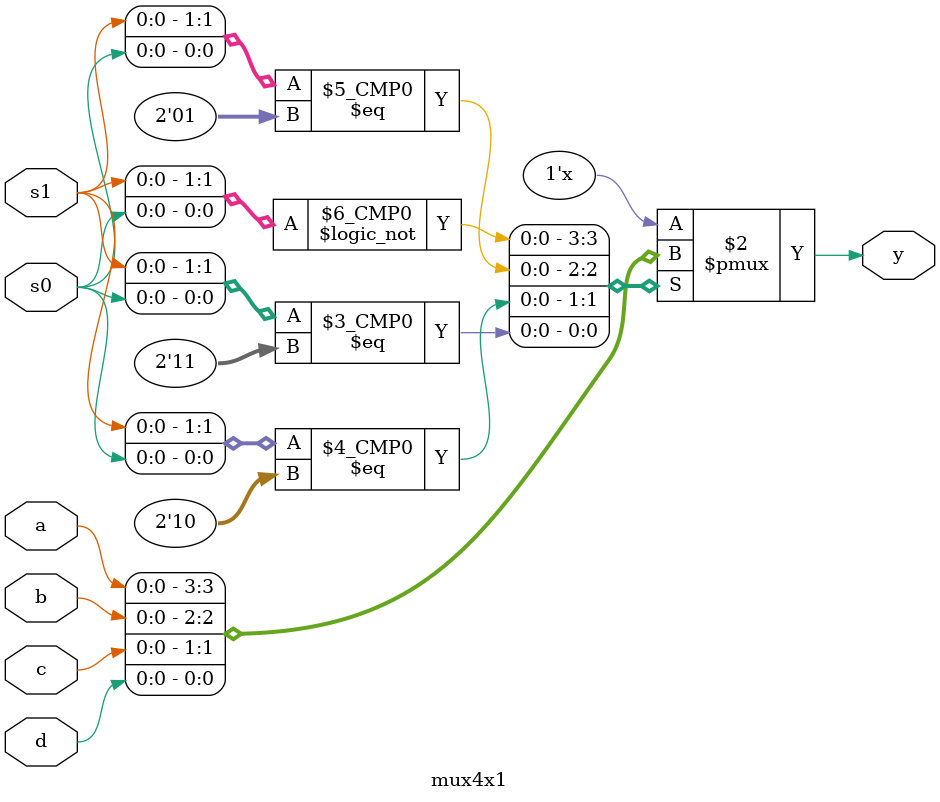
<source format=v>
module one_bit_comparator_using_mux4x1(
    input a, b,
    output lt, gt, eq
);
    // lt = 1 when a<b → only for a=0, b=1 → sel=01
    mux4x1 m1(1'b0, 1'b1, 1'b0, 1'b0, a, b, lt);

    // gt = 1 when a>b → only for a=1, b=0 → sel=10
    mux4x1 m2(1'b0, 1'b0, 1'b1, 1'b0, a, b, gt);

    // eq = 1 when a==b → sel=00 or 11
    mux4x1 m3(1'b1, 1'b0, 1'b0, 1'b1, a, b, eq);
endmodule



// 4x1 MUX
module mux4x1(
    input a, b, c, d,
    input s1, s0,
    output reg y
);
    always @(*) begin
        case ({s1, s0})
            2'b00: y = a;
            2'b01: y = b;
            2'b10: y = c;
            2'b11: y = d;
            default: y = 1'b0; // synthesis-safe default
        endcase
    end
endmodule

</source>
